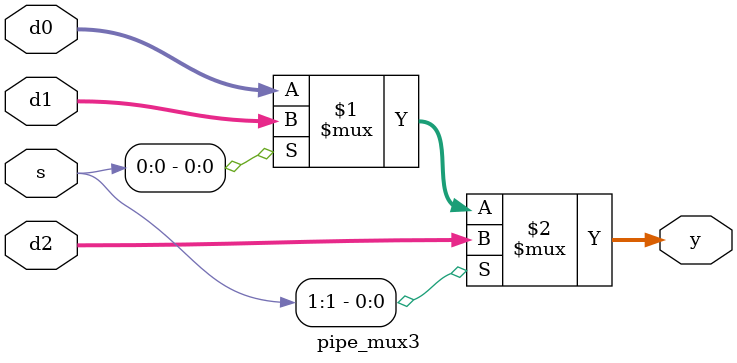
<source format=sv>
module pipe_mux3 #(parameter WIDTH = 8)
(input logic [WIDTH-1:0] d0, d1, d2,
 input logic [1:0] s,
 output logic [WIDTH-1:0] y);
 
assign y = s[1] ? d2 : (s[0] ? d1 : d0);
endmodule

</source>
